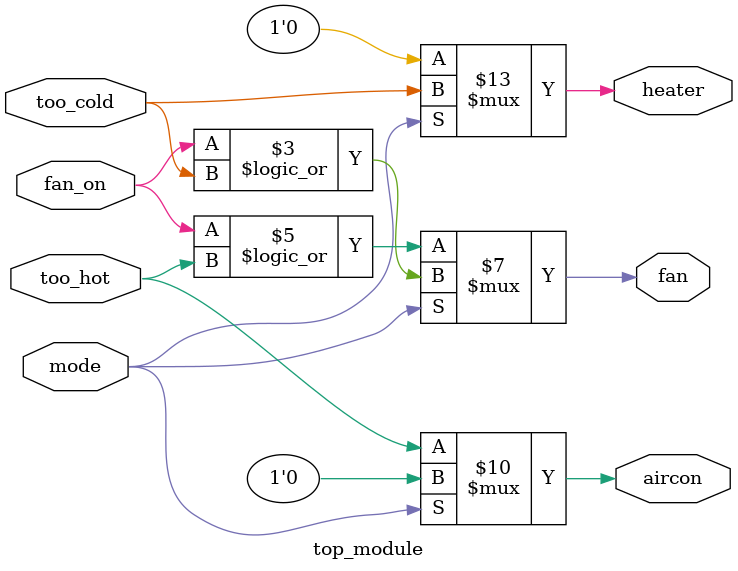
<source format=sv>
module top_module(
    input mode,
    input too_cold, 
    input too_hot,
    input fan_on,
    output heater,
    output aircon,
    output fan
);

reg heater;
reg aircon;
reg fan;

always @(*) begin
    if(mode) begin
        heater = too_cold;
        aircon = 0;
        fan = (fan_on || (heater || aircon));
    end else begin
        aircon = too_hot;
        heater = 0;
        fan = (fan_on || (heater || aircon));
    end
end

endmodule

</source>
